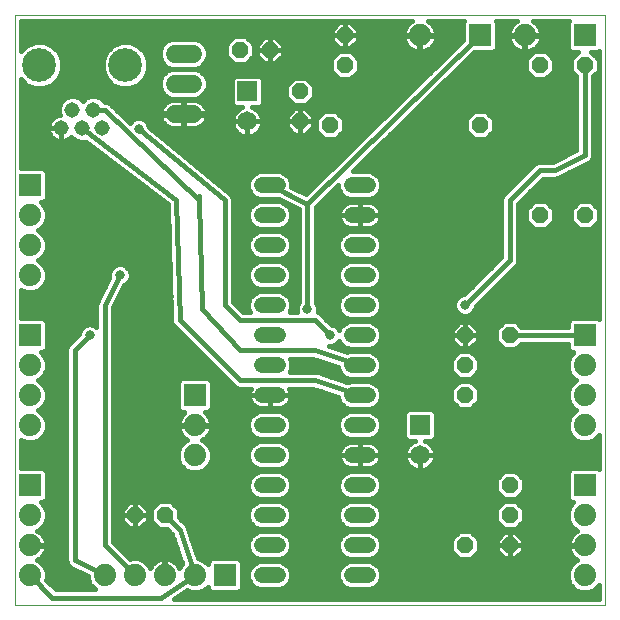
<source format=gbl>
G75*
G70*
%OFA0B0*%
%FSLAX24Y24*%
%IPPOS*%
%LPD*%
%AMOC8*
5,1,8,0,0,1.08239X$1,22.5*
%
%ADD10C,0.0000*%
%ADD11C,0.0520*%
%ADD12OC8,0.0520*%
%ADD13R,0.0740X0.0740*%
%ADD14C,0.0740*%
%ADD15R,0.0650X0.0650*%
%ADD16C,0.0650*%
%ADD17C,0.0600*%
%ADD18C,0.0515*%
%ADD19C,0.1122*%
%ADD20C,0.0160*%
%ADD21C,0.0317*%
D10*
X000181Y000181D02*
X000181Y019866D01*
X019866Y019866D01*
X019866Y000181D01*
X000181Y000181D01*
D11*
X008421Y001181D02*
X008941Y001181D01*
X008941Y002181D02*
X008421Y002181D01*
X008421Y003181D02*
X008941Y003181D01*
X008941Y004181D02*
X008421Y004181D01*
X008421Y005181D02*
X008941Y005181D01*
X008941Y006181D02*
X008421Y006181D01*
X008421Y007181D02*
X008941Y007181D01*
X008941Y008181D02*
X008421Y008181D01*
X008421Y009181D02*
X008941Y009181D01*
X008941Y010181D02*
X008421Y010181D01*
X008421Y011181D02*
X008941Y011181D01*
X008941Y012181D02*
X008421Y012181D01*
X008421Y013181D02*
X008941Y013181D01*
X008941Y014181D02*
X008421Y014181D01*
X011421Y014181D02*
X011941Y014181D01*
X011941Y013181D02*
X011421Y013181D01*
X011421Y012181D02*
X011941Y012181D01*
X011941Y011181D02*
X011421Y011181D01*
X011421Y010181D02*
X011941Y010181D01*
X011941Y009181D02*
X011421Y009181D01*
X011421Y008181D02*
X011941Y008181D01*
X011941Y007181D02*
X011421Y007181D01*
X011421Y006181D02*
X011941Y006181D01*
X011941Y005181D02*
X011421Y005181D01*
X011421Y004181D02*
X011941Y004181D01*
X011941Y003181D02*
X011421Y003181D01*
X011421Y002181D02*
X011941Y002181D01*
X011941Y001181D02*
X011421Y001181D01*
D12*
X015181Y002181D03*
X016681Y002181D03*
X016681Y003181D03*
X016681Y004181D03*
X015181Y007181D03*
X015181Y008181D03*
X015181Y009181D03*
X016681Y009181D03*
X017681Y013181D03*
X019181Y013181D03*
X015681Y016181D03*
X017681Y018181D03*
X019181Y018181D03*
X011181Y018181D03*
X011181Y019181D03*
X009681Y017306D03*
X009681Y016306D03*
X010681Y016181D03*
X008681Y018681D03*
X007681Y018681D03*
X005181Y003181D03*
X004181Y003181D03*
D13*
X007181Y001181D03*
X006181Y007181D03*
X000681Y009181D03*
X000681Y004181D03*
X000681Y014181D03*
X015681Y019181D03*
X019181Y019181D03*
X019181Y009181D03*
X019181Y004181D03*
D14*
X019181Y003181D03*
X019181Y002181D03*
X019181Y001181D03*
X019181Y006181D03*
X019181Y007181D03*
X019181Y008181D03*
X017181Y019181D03*
X013681Y019181D03*
X000681Y013181D03*
X000681Y012181D03*
X000681Y011181D03*
X000681Y008181D03*
X000681Y007181D03*
X000681Y006181D03*
X000681Y003181D03*
X000681Y002181D03*
X000681Y001181D03*
X003181Y001181D03*
X004181Y001181D03*
X005181Y001181D03*
X006181Y001181D03*
X006181Y005181D03*
X006181Y006181D03*
D15*
X013681Y006181D03*
X007931Y017306D03*
D16*
X007931Y016306D03*
X013681Y005181D03*
D17*
X006106Y016556D02*
X005506Y016556D01*
X005506Y017556D02*
X006106Y017556D01*
X006106Y018556D02*
X005506Y018556D01*
D18*
X003101Y016081D03*
X002431Y016081D03*
X002101Y016701D03*
X002791Y016701D03*
X001731Y016081D03*
D19*
X000994Y018181D03*
X003868Y018181D03*
D20*
X003352Y017621D02*
X001510Y017621D01*
X001425Y017536D02*
X001640Y017750D01*
X001755Y018030D01*
X001755Y018333D01*
X001640Y018612D01*
X001425Y018827D01*
X001146Y018942D01*
X000843Y018942D01*
X000563Y018827D01*
X000381Y018645D01*
X000381Y019666D01*
X013422Y019666D01*
X013393Y019652D01*
X013323Y019601D01*
X013262Y019540D01*
X013211Y019470D01*
X013172Y019393D01*
X013145Y019310D01*
X013131Y019225D01*
X013131Y019201D01*
X013661Y019201D01*
X013661Y019161D01*
X013701Y019161D01*
X013701Y018631D01*
X013725Y018631D01*
X013810Y018645D01*
X013893Y018672D01*
X013970Y018711D01*
X014040Y018762D01*
X014101Y018823D01*
X014152Y018893D01*
X014191Y018970D01*
X014218Y019053D01*
X014231Y019138D01*
X014231Y019161D01*
X013702Y019161D01*
X013702Y019201D01*
X014231Y019201D01*
X014231Y019225D01*
X014218Y019310D01*
X014191Y019393D01*
X014152Y019470D01*
X014101Y019540D01*
X014040Y019601D01*
X013970Y019652D01*
X013941Y019666D01*
X015144Y019666D01*
X015111Y019634D01*
X015111Y019015D01*
X009878Y013896D01*
X009401Y014134D01*
X009401Y014273D01*
X009331Y014442D01*
X009202Y014571D01*
X009033Y014641D01*
X008330Y014641D01*
X008161Y014571D01*
X008031Y014442D01*
X007961Y014273D01*
X007961Y014090D01*
X008031Y013921D01*
X008161Y013791D01*
X008330Y013721D01*
X008975Y013721D01*
X009651Y013383D01*
X009651Y010283D01*
X009628Y010259D01*
X009573Y010128D01*
X009573Y009985D01*
X009583Y009961D01*
X009348Y009961D01*
X009401Y010090D01*
X009401Y010273D01*
X009331Y010442D01*
X009202Y010571D01*
X009033Y010641D01*
X008330Y010641D01*
X008161Y010571D01*
X008031Y010442D01*
X007961Y010273D01*
X007961Y010090D01*
X008015Y009961D01*
X007797Y009961D01*
X007461Y010297D01*
X007461Y013639D01*
X007465Y013652D01*
X007461Y013695D01*
X007461Y013737D01*
X007456Y013750D01*
X007455Y013763D01*
X007435Y013801D01*
X007419Y013840D01*
X007409Y013850D01*
X007403Y013862D01*
X007370Y013889D01*
X007340Y013919D01*
X007327Y013924D01*
X004665Y016123D01*
X004665Y016128D01*
X004610Y016259D01*
X004509Y016360D01*
X004378Y016415D01*
X004235Y016415D01*
X004103Y016360D01*
X004015Y016271D01*
X003382Y016877D01*
X003352Y016910D01*
X003342Y016915D01*
X003335Y016922D01*
X003292Y016939D01*
X003251Y016958D01*
X003241Y016959D01*
X003231Y016963D01*
X003185Y016962D01*
X003178Y016962D01*
X003051Y017089D01*
X002882Y017159D01*
X002700Y017159D01*
X002532Y017089D01*
X002446Y017003D01*
X002361Y017089D01*
X002192Y017159D01*
X002010Y017159D01*
X001842Y017089D01*
X001714Y016961D01*
X001644Y016792D01*
X001644Y016610D01*
X001683Y016517D01*
X001629Y016508D01*
X001563Y016487D01*
X001502Y016456D01*
X001446Y016415D01*
X001398Y016366D01*
X001357Y016311D01*
X001326Y016249D01*
X001305Y016184D01*
X001294Y016116D01*
X001294Y016082D01*
X001731Y016082D01*
X001731Y016081D01*
X001732Y016081D01*
X001732Y015644D01*
X001766Y015644D01*
X001834Y015655D01*
X001899Y015676D01*
X001961Y015707D01*
X002016Y015748D01*
X002065Y015796D01*
X002067Y015799D01*
X002172Y015694D01*
X002340Y015624D01*
X002522Y015624D01*
X002552Y015636D01*
X005281Y013540D01*
X005401Y009677D01*
X005401Y009626D01*
X005403Y009621D01*
X005403Y009617D01*
X005425Y009570D01*
X005444Y009523D01*
X005447Y009520D01*
X005449Y009515D01*
X005487Y009480D01*
X007444Y007523D01*
X007523Y007444D01*
X007626Y007401D01*
X008040Y007401D01*
X008014Y007350D01*
X007992Y007284D01*
X007981Y007216D01*
X007981Y007182D01*
X008681Y007182D01*
X008681Y007181D01*
X008682Y007181D01*
X008682Y007182D01*
X009381Y007182D01*
X009381Y007216D01*
X009371Y007284D01*
X009349Y007350D01*
X009323Y007401D01*
X010136Y007401D01*
X010961Y007126D01*
X010961Y007090D01*
X011031Y006921D01*
X011161Y006791D01*
X011330Y006721D01*
X012033Y006721D01*
X012202Y006791D01*
X012331Y006921D01*
X012401Y007090D01*
X012401Y007273D01*
X012331Y007442D01*
X012202Y007571D01*
X012033Y007641D01*
X011330Y007641D01*
X011266Y007615D01*
X010279Y007944D01*
X010237Y007961D01*
X010227Y007961D01*
X010217Y007965D01*
X010172Y007961D01*
X009348Y007961D01*
X009401Y008090D01*
X009401Y008273D01*
X009348Y008401D01*
X010136Y008401D01*
X010961Y008126D01*
X010961Y008090D01*
X011031Y007921D01*
X011161Y007791D01*
X011330Y007721D01*
X012033Y007721D01*
X012202Y007791D01*
X012331Y007921D01*
X012401Y008090D01*
X012401Y008273D01*
X012331Y008442D01*
X012202Y008571D01*
X012033Y008641D01*
X011330Y008641D01*
X011266Y008615D01*
X010642Y008823D01*
X010753Y008823D01*
X010884Y008878D01*
X010985Y008978D01*
X010996Y009005D01*
X011031Y008921D01*
X011161Y008791D01*
X011330Y008721D01*
X012033Y008721D01*
X012202Y008791D01*
X012331Y008921D01*
X012401Y009090D01*
X012401Y009273D01*
X012331Y009442D01*
X012202Y009571D01*
X012033Y009641D01*
X011330Y009641D01*
X011161Y009571D01*
X011031Y009442D01*
X010996Y009357D01*
X010985Y009384D01*
X010884Y009485D01*
X010753Y009540D01*
X010719Y009540D01*
X010419Y009840D01*
X010340Y009919D01*
X010274Y009946D01*
X010290Y009985D01*
X010290Y010128D01*
X010235Y010259D01*
X010211Y010283D01*
X010211Y013439D01*
X010961Y014172D01*
X010961Y014090D01*
X011031Y013921D01*
X011161Y013791D01*
X011330Y013721D01*
X012033Y013721D01*
X012202Y013791D01*
X012331Y013921D01*
X012401Y014090D01*
X012401Y014273D01*
X012331Y014442D01*
X012202Y014571D01*
X012033Y014641D01*
X011441Y014641D01*
X015499Y018611D01*
X016134Y018611D01*
X016251Y018729D01*
X016251Y019634D01*
X016219Y019666D01*
X016922Y019666D01*
X016893Y019652D01*
X016823Y019601D01*
X016762Y019540D01*
X016711Y019470D01*
X016672Y019393D01*
X016645Y019310D01*
X016631Y019225D01*
X016631Y019201D01*
X017161Y019201D01*
X017161Y019161D01*
X017201Y019161D01*
X017201Y018631D01*
X017225Y018631D01*
X017310Y018645D01*
X017393Y018672D01*
X017470Y018711D01*
X017540Y018762D01*
X017601Y018823D01*
X017652Y018893D01*
X017691Y018970D01*
X017718Y019053D01*
X017731Y019138D01*
X017731Y019161D01*
X017202Y019161D01*
X017202Y019201D01*
X017731Y019201D01*
X017731Y019225D01*
X017718Y019310D01*
X017691Y019393D01*
X017652Y019470D01*
X017601Y019540D01*
X017540Y019601D01*
X017470Y019652D01*
X017441Y019666D01*
X018644Y019666D01*
X018611Y019634D01*
X018611Y018729D01*
X018729Y018611D01*
X018961Y018611D01*
X018721Y018372D01*
X018721Y017991D01*
X018901Y017811D01*
X018901Y015354D01*
X018115Y014961D01*
X017737Y014961D01*
X017626Y014961D01*
X017523Y014919D01*
X016523Y013919D01*
X016444Y013840D01*
X016401Y013737D01*
X016401Y011797D01*
X015144Y010540D01*
X015110Y010540D01*
X014978Y010485D01*
X014878Y010384D01*
X014823Y010253D01*
X014823Y010110D01*
X014878Y009978D01*
X014978Y009878D01*
X015110Y009823D01*
X015253Y009823D01*
X015384Y009878D01*
X015485Y009978D01*
X015540Y010110D01*
X015540Y010144D01*
X016919Y011523D01*
X016961Y011626D01*
X016961Y011737D01*
X016961Y013565D01*
X017797Y014401D01*
X018136Y014401D01*
X018146Y014398D01*
X018191Y014401D01*
X018237Y014401D01*
X018247Y014405D01*
X018257Y014406D01*
X018298Y014427D01*
X018340Y014444D01*
X018347Y014451D01*
X019298Y014927D01*
X019340Y014944D01*
X019347Y014951D01*
X019356Y014956D01*
X019387Y014991D01*
X019419Y015023D01*
X019423Y015032D01*
X019429Y015040D01*
X019444Y015084D01*
X019461Y015126D01*
X019461Y015136D01*
X019465Y015146D01*
X019461Y015191D01*
X019461Y017811D01*
X019641Y017991D01*
X019641Y018372D01*
X019402Y018611D01*
X019634Y018611D01*
X019666Y018644D01*
X019666Y009719D01*
X019634Y009751D01*
X018729Y009751D01*
X018611Y009634D01*
X018611Y009461D01*
X017052Y009461D01*
X016872Y009641D01*
X016491Y009641D01*
X016221Y009372D01*
X016221Y008991D01*
X016491Y008721D01*
X016872Y008721D01*
X017052Y008901D01*
X018611Y008901D01*
X018611Y008729D01*
X018729Y008611D01*
X018805Y008611D01*
X018698Y008504D01*
X018611Y008295D01*
X018611Y008068D01*
X018698Y007859D01*
X018859Y007698D01*
X018899Y007681D01*
X018859Y007665D01*
X018698Y007504D01*
X018611Y007295D01*
X018611Y007068D01*
X018698Y006859D01*
X018859Y006698D01*
X018899Y006681D01*
X018859Y006665D01*
X018698Y006504D01*
X018611Y006295D01*
X018611Y006068D01*
X018698Y005859D01*
X018859Y005698D01*
X019068Y005611D01*
X019295Y005611D01*
X019504Y005698D01*
X019665Y005859D01*
X019666Y005863D01*
X019666Y004719D01*
X019634Y004751D01*
X018729Y004751D01*
X018611Y004634D01*
X018611Y003729D01*
X018729Y003611D01*
X018805Y003611D01*
X018698Y003504D01*
X018611Y003295D01*
X018611Y003068D01*
X018698Y002859D01*
X018859Y002698D01*
X018928Y002669D01*
X018893Y002652D01*
X018823Y002601D01*
X018762Y002540D01*
X018711Y002470D01*
X018672Y002393D01*
X018645Y002310D01*
X018631Y002225D01*
X018631Y002201D01*
X019161Y002201D01*
X019161Y002161D01*
X018631Y002161D01*
X018631Y002138D01*
X018645Y002053D01*
X018672Y001970D01*
X018711Y001893D01*
X018762Y001823D01*
X018823Y001762D01*
X018893Y001711D01*
X018928Y001693D01*
X018859Y001665D01*
X018698Y001504D01*
X018611Y001295D01*
X018611Y001068D01*
X018698Y000859D01*
X018859Y000698D01*
X019068Y000611D01*
X019295Y000611D01*
X019504Y000698D01*
X019665Y000859D01*
X019666Y000863D01*
X019666Y000381D01*
X005486Y000381D01*
X005922Y000672D01*
X006068Y000611D01*
X006295Y000611D01*
X006504Y000698D01*
X006611Y000805D01*
X006611Y000729D01*
X006729Y000611D01*
X007634Y000611D01*
X007751Y000729D01*
X007751Y001634D01*
X007634Y001751D01*
X006729Y001751D01*
X006611Y001634D01*
X006611Y001557D01*
X006504Y001665D01*
X006295Y001751D01*
X006287Y001751D01*
X005961Y002727D01*
X005961Y002737D01*
X005944Y002779D01*
X005929Y002823D01*
X005923Y002831D01*
X005919Y002840D01*
X005887Y002872D01*
X005856Y002907D01*
X005847Y002912D01*
X005641Y003117D01*
X005641Y003372D01*
X005372Y003641D01*
X004991Y003641D01*
X004721Y003372D01*
X004721Y002991D01*
X004991Y002721D01*
X005245Y002721D01*
X005437Y002530D01*
X005759Y001565D01*
X005698Y001504D01*
X005669Y001435D01*
X005652Y001470D01*
X005601Y001540D01*
X005540Y001601D01*
X005470Y001652D01*
X005393Y001691D01*
X005310Y001718D01*
X005225Y001731D01*
X005201Y001731D01*
X005201Y001202D01*
X005161Y001202D01*
X005161Y001731D01*
X005138Y001731D01*
X005053Y001718D01*
X004970Y001691D01*
X004893Y001652D01*
X004823Y001601D01*
X004762Y001540D01*
X004711Y001470D01*
X004693Y001435D01*
X004665Y001504D01*
X004504Y001665D01*
X004295Y001751D01*
X004068Y001751D01*
X004025Y001734D01*
X003461Y002297D01*
X003461Y010115D01*
X003832Y010856D01*
X003884Y010878D01*
X003985Y010978D01*
X004040Y011110D01*
X004040Y011253D01*
X003985Y011384D01*
X003884Y011485D01*
X003753Y011540D01*
X003610Y011540D01*
X003478Y011485D01*
X003378Y011384D01*
X003323Y011253D01*
X003323Y011110D01*
X003327Y011099D01*
X002951Y010347D01*
X002944Y010340D01*
X002927Y010298D01*
X002906Y010257D01*
X002905Y010247D01*
X002901Y010237D01*
X002901Y010191D01*
X002898Y010146D01*
X002901Y010136D01*
X002901Y009468D01*
X002884Y009485D01*
X002753Y009540D01*
X002610Y009540D01*
X002478Y009485D01*
X002378Y009384D01*
X002323Y009253D01*
X002323Y009219D01*
X001944Y008840D01*
X001901Y008737D01*
X001901Y008626D01*
X001901Y001691D01*
X001898Y001646D01*
X001901Y001636D01*
X001901Y001626D01*
X001919Y001584D01*
X001933Y001540D01*
X001940Y001532D01*
X001944Y001523D01*
X001976Y001491D01*
X002006Y001456D01*
X002016Y001451D01*
X002023Y001444D01*
X002065Y001427D01*
X002611Y001153D01*
X002611Y001068D01*
X002698Y000859D01*
X002845Y000711D01*
X001547Y000711D01*
X001234Y001025D01*
X001251Y001068D01*
X001251Y001295D01*
X001165Y001504D01*
X001004Y001665D01*
X000935Y001693D01*
X000970Y001711D01*
X001040Y001762D01*
X001101Y001823D01*
X001152Y001893D01*
X001191Y001970D01*
X001218Y002053D01*
X001231Y002138D01*
X001231Y002161D01*
X000702Y002161D01*
X000702Y002201D01*
X001231Y002201D01*
X001231Y002225D01*
X001218Y002310D01*
X001191Y002393D01*
X001152Y002470D01*
X001101Y002540D01*
X001040Y002601D01*
X000970Y002652D01*
X000935Y002669D01*
X001004Y002698D01*
X001165Y002859D01*
X001251Y003068D01*
X001251Y003295D01*
X001165Y003504D01*
X001057Y003611D01*
X001134Y003611D01*
X001251Y003729D01*
X001251Y004634D01*
X001134Y004751D01*
X000381Y004751D01*
X000381Y005689D01*
X000568Y005611D01*
X000795Y005611D01*
X001004Y005698D01*
X001165Y005859D01*
X001251Y006068D01*
X001251Y006295D01*
X001165Y006504D01*
X001004Y006665D01*
X000964Y006681D01*
X001004Y006698D01*
X001165Y006859D01*
X001251Y007068D01*
X001251Y007295D01*
X001165Y007504D01*
X001004Y007665D01*
X000964Y007681D01*
X001004Y007698D01*
X001165Y007859D01*
X001251Y008068D01*
X001251Y008295D01*
X001165Y008504D01*
X001057Y008611D01*
X001134Y008611D01*
X001251Y008729D01*
X001251Y009634D01*
X001134Y009751D01*
X000381Y009751D01*
X000381Y010689D01*
X000568Y010611D01*
X000795Y010611D01*
X001004Y010698D01*
X001165Y010859D01*
X001251Y011068D01*
X001251Y011295D01*
X001165Y011504D01*
X001004Y011665D01*
X000964Y011681D01*
X001004Y011698D01*
X001165Y011859D01*
X001251Y012068D01*
X001251Y012295D01*
X001165Y012504D01*
X001004Y012665D01*
X000964Y012681D01*
X001004Y012698D01*
X001165Y012859D01*
X001251Y013068D01*
X001251Y013295D01*
X001165Y013504D01*
X001057Y013611D01*
X001134Y013611D01*
X001251Y013729D01*
X001251Y014634D01*
X001134Y014751D01*
X000381Y014751D01*
X000381Y017718D01*
X000563Y017536D01*
X000843Y017420D01*
X001146Y017420D01*
X001425Y017536D01*
X001248Y017463D02*
X003615Y017463D01*
X003717Y017420D02*
X004020Y017420D01*
X004299Y017536D01*
X004514Y017750D01*
X004629Y018030D01*
X004629Y018333D01*
X004514Y018612D01*
X004299Y018827D01*
X004020Y018942D01*
X003717Y018942D01*
X003437Y018827D01*
X003223Y018612D01*
X003107Y018333D01*
X003107Y018030D01*
X003223Y017750D01*
X003437Y017536D01*
X003717Y017420D01*
X004122Y017463D02*
X005006Y017463D01*
X005006Y017457D02*
X005083Y017273D01*
X005223Y017133D01*
X005407Y017056D01*
X006206Y017056D01*
X006390Y017133D01*
X006530Y017273D01*
X006606Y017457D01*
X006606Y017656D01*
X006530Y017840D01*
X006390Y017980D01*
X006206Y018056D01*
X005407Y018056D01*
X005223Y017980D01*
X005083Y017840D01*
X005006Y017656D01*
X005006Y017457D01*
X005006Y017621D02*
X004384Y017621D01*
X004526Y017780D02*
X005058Y017780D01*
X005181Y017938D02*
X004591Y017938D01*
X004629Y018097D02*
X005309Y018097D01*
X005223Y018133D02*
X005407Y018056D01*
X006206Y018056D01*
X006390Y018133D01*
X006530Y018273D01*
X006606Y018457D01*
X006606Y018656D01*
X006530Y018840D01*
X006390Y018980D01*
X006206Y019056D01*
X005407Y019056D01*
X005223Y018980D01*
X005083Y018840D01*
X005006Y018656D01*
X005006Y018457D01*
X005083Y018273D01*
X005223Y018133D01*
X005100Y018255D02*
X004629Y018255D01*
X004596Y018414D02*
X005024Y018414D01*
X005006Y018572D02*
X004530Y018572D01*
X004395Y018731D02*
X005038Y018731D01*
X005132Y018890D02*
X004147Y018890D01*
X003589Y018890D02*
X001273Y018890D01*
X001521Y018731D02*
X003342Y018731D01*
X003207Y018572D02*
X001656Y018572D01*
X001722Y018414D02*
X003141Y018414D01*
X003107Y018255D02*
X001755Y018255D01*
X001755Y018097D02*
X003107Y018097D01*
X003145Y017938D02*
X001717Y017938D01*
X001652Y017780D02*
X003211Y017780D01*
X002915Y017146D02*
X005210Y017146D01*
X005294Y016987D02*
X003153Y016987D01*
X003181Y016681D02*
X002791Y016701D01*
X003181Y016681D02*
X006310Y013686D01*
X006306Y013806D01*
X006310Y013686D02*
X006431Y010056D01*
X007681Y008681D01*
X010181Y008681D01*
X011681Y008181D01*
X012171Y008584D02*
X014934Y008584D01*
X014991Y008641D02*
X014721Y008372D01*
X014721Y007991D01*
X014991Y007721D01*
X015372Y007721D01*
X015641Y007991D01*
X015641Y008372D01*
X015372Y008641D01*
X014991Y008641D01*
X014999Y008741D02*
X014741Y008999D01*
X014741Y009181D01*
X015181Y009181D01*
X015181Y009182D01*
X015181Y009621D01*
X014999Y009621D01*
X014741Y009364D01*
X014741Y009182D01*
X015181Y009182D01*
X015182Y009182D01*
X015182Y009621D01*
X015364Y009621D01*
X015621Y009364D01*
X015621Y009182D01*
X015182Y009182D01*
X015182Y009181D01*
X015621Y009181D01*
X015621Y008999D01*
X015364Y008741D01*
X015182Y008741D01*
X015182Y009181D01*
X015181Y009181D01*
X015181Y008741D01*
X014999Y008741D01*
X014998Y008743D02*
X012084Y008743D01*
X012312Y008901D02*
X014839Y008901D01*
X014741Y009060D02*
X012389Y009060D01*
X012401Y009218D02*
X014741Y009218D01*
X014755Y009377D02*
X012358Y009377D01*
X012238Y009535D02*
X014913Y009535D01*
X015181Y009535D02*
X015182Y009535D01*
X015181Y009377D02*
X015182Y009377D01*
X015181Y009218D02*
X015182Y009218D01*
X015181Y009060D02*
X015182Y009060D01*
X015181Y008901D02*
X015182Y008901D01*
X015181Y008743D02*
X015182Y008743D01*
X015365Y008743D02*
X016470Y008743D01*
X016311Y008901D02*
X015524Y008901D01*
X015621Y009060D02*
X016221Y009060D01*
X016221Y009218D02*
X015621Y009218D01*
X015608Y009377D02*
X016226Y009377D01*
X016385Y009535D02*
X015450Y009535D01*
X015324Y009853D02*
X019666Y009853D01*
X019666Y010011D02*
X015499Y010011D01*
X015566Y010170D02*
X019666Y010170D01*
X019666Y010328D02*
X015724Y010328D01*
X015883Y010487D02*
X019666Y010487D01*
X019666Y010645D02*
X016041Y010645D01*
X016200Y010804D02*
X019666Y010804D01*
X019666Y010962D02*
X016358Y010962D01*
X016517Y011121D02*
X019666Y011121D01*
X019666Y011279D02*
X016675Y011279D01*
X016834Y011438D02*
X019666Y011438D01*
X019666Y011597D02*
X016949Y011597D01*
X016961Y011755D02*
X019666Y011755D01*
X019666Y011914D02*
X016961Y011914D01*
X016961Y012072D02*
X019666Y012072D01*
X019666Y012231D02*
X016961Y012231D01*
X016961Y012389D02*
X019666Y012389D01*
X019666Y012548D02*
X016961Y012548D01*
X016961Y012706D02*
X019666Y012706D01*
X019666Y012865D02*
X019515Y012865D01*
X019641Y012991D02*
X019372Y012721D01*
X018991Y012721D01*
X018721Y012991D01*
X018721Y013372D01*
X018991Y013641D01*
X019372Y013641D01*
X019641Y013372D01*
X019641Y012991D01*
X019641Y013023D02*
X019666Y013023D01*
X019666Y013182D02*
X019641Y013182D01*
X019641Y013341D02*
X019666Y013341D01*
X019666Y013499D02*
X019514Y013499D01*
X019666Y013658D02*
X017054Y013658D01*
X016961Y013499D02*
X017349Y013499D01*
X017221Y013372D02*
X017221Y012991D01*
X017491Y012721D01*
X017872Y012721D01*
X018141Y012991D01*
X018141Y013372D01*
X017872Y013641D01*
X017491Y013641D01*
X017221Y013372D01*
X017221Y013341D02*
X016961Y013341D01*
X016961Y013182D02*
X017221Y013182D01*
X017221Y013023D02*
X016961Y013023D01*
X016961Y012865D02*
X017347Y012865D01*
X018015Y012865D02*
X018847Y012865D01*
X018721Y013023D02*
X018141Y013023D01*
X018141Y013182D02*
X018721Y013182D01*
X018721Y013341D02*
X018141Y013341D01*
X018014Y013499D02*
X018849Y013499D01*
X019666Y013816D02*
X017212Y013816D01*
X017371Y013975D02*
X019666Y013975D01*
X019666Y014133D02*
X017529Y014133D01*
X017688Y014292D02*
X019666Y014292D01*
X019666Y014450D02*
X018346Y014450D01*
X018181Y014681D02*
X017681Y014681D01*
X016681Y013681D01*
X016681Y011681D01*
X015181Y010181D01*
X015039Y009853D02*
X012263Y009853D01*
X012202Y009791D02*
X012331Y009921D01*
X012401Y010090D01*
X012401Y010273D01*
X012331Y010442D01*
X012202Y010571D01*
X012033Y010641D01*
X011330Y010641D01*
X011161Y010571D01*
X011031Y010442D01*
X010961Y010273D01*
X010961Y010090D01*
X011031Y009921D01*
X011161Y009791D01*
X011330Y009721D01*
X012033Y009721D01*
X012202Y009791D01*
X012369Y010011D02*
X014864Y010011D01*
X014823Y010170D02*
X012401Y010170D01*
X012379Y010328D02*
X014854Y010328D01*
X014982Y010487D02*
X012287Y010487D01*
X012202Y010791D02*
X012033Y010721D01*
X011330Y010721D01*
X011161Y010791D01*
X011031Y010921D01*
X010961Y011090D01*
X010961Y011273D01*
X011031Y011442D01*
X011161Y011571D01*
X011330Y011641D01*
X012033Y011641D01*
X012202Y011571D01*
X012331Y011442D01*
X012401Y011273D01*
X012401Y011090D01*
X012331Y010921D01*
X012202Y010791D01*
X012214Y010804D02*
X015408Y010804D01*
X015566Y010962D02*
X012349Y010962D01*
X012401Y011121D02*
X015725Y011121D01*
X015884Y011279D02*
X012399Y011279D01*
X012333Y011438D02*
X016042Y011438D01*
X016201Y011597D02*
X012141Y011597D01*
X012114Y011755D02*
X016359Y011755D01*
X016401Y011914D02*
X012324Y011914D01*
X012331Y011921D02*
X012401Y012090D01*
X012401Y012273D01*
X012331Y012442D01*
X012202Y012571D01*
X012033Y012641D01*
X011330Y012641D01*
X011161Y012571D01*
X011031Y012442D01*
X010961Y012273D01*
X010961Y012090D01*
X011031Y011921D01*
X011161Y011791D01*
X011330Y011721D01*
X012033Y011721D01*
X012202Y011791D01*
X012331Y011921D01*
X012394Y012072D02*
X016401Y012072D01*
X016401Y012231D02*
X012401Y012231D01*
X012353Y012389D02*
X016401Y012389D01*
X016401Y012548D02*
X012226Y012548D01*
X012110Y012774D02*
X012172Y012805D01*
X012228Y012846D01*
X012277Y012895D01*
X012318Y012951D01*
X012349Y013012D01*
X012371Y013078D01*
X012381Y013147D01*
X012381Y013181D01*
X011682Y013181D01*
X011682Y013182D01*
X011681Y013182D01*
X011681Y013621D01*
X011387Y013621D01*
X011318Y013611D01*
X011252Y013589D01*
X011191Y013558D01*
X011135Y013517D01*
X011086Y013468D01*
X011045Y013412D01*
X011014Y013350D01*
X010992Y013284D01*
X010981Y013216D01*
X010981Y013182D01*
X010211Y013182D01*
X010211Y013341D02*
X011011Y013341D01*
X010981Y013182D02*
X011681Y013182D01*
X011682Y013182D01*
X011682Y013621D01*
X011976Y013621D01*
X012044Y013611D01*
X012110Y013589D01*
X012172Y013558D01*
X012228Y013517D01*
X012277Y013468D01*
X012318Y013412D01*
X012349Y013350D01*
X012371Y013284D01*
X012381Y013216D01*
X012381Y013182D01*
X016401Y013182D01*
X016401Y013341D02*
X012352Y013341D01*
X012381Y013182D02*
X011682Y013182D01*
X011682Y013181D02*
X011682Y012741D01*
X011976Y012741D01*
X012044Y012752D01*
X012110Y012774D01*
X012247Y012865D02*
X016401Y012865D01*
X016401Y013023D02*
X012353Y013023D01*
X012246Y013499D02*
X016401Y013499D01*
X016401Y013658D02*
X010435Y013658D01*
X010597Y013816D02*
X011136Y013816D01*
X011009Y013975D02*
X010759Y013975D01*
X010921Y014133D02*
X010961Y014133D01*
X010445Y014450D02*
X009323Y014450D01*
X009394Y014292D02*
X010283Y014292D01*
X010121Y014133D02*
X009404Y014133D01*
X009721Y013975D02*
X009959Y013975D01*
X009931Y013556D02*
X008681Y014181D01*
X008251Y014609D02*
X006498Y014609D01*
X006306Y014767D02*
X010769Y014767D01*
X010607Y014609D02*
X009111Y014609D01*
X009103Y013658D02*
X007465Y013658D01*
X007461Y013499D02*
X008089Y013499D01*
X008031Y013442D02*
X007961Y013273D01*
X007961Y013090D01*
X008031Y012921D01*
X008161Y012791D01*
X008330Y012721D01*
X009033Y012721D01*
X009202Y012791D01*
X009331Y012921D01*
X009401Y013090D01*
X009401Y013273D01*
X009331Y013442D01*
X009202Y013571D01*
X009033Y013641D01*
X008330Y013641D01*
X008161Y013571D01*
X008031Y013442D01*
X007989Y013341D02*
X007461Y013341D01*
X007461Y013182D02*
X007961Y013182D01*
X007989Y013023D02*
X007461Y013023D01*
X007461Y012865D02*
X008087Y012865D01*
X008161Y012571D02*
X008330Y012641D01*
X009033Y012641D01*
X009202Y012571D01*
X009331Y012442D01*
X009401Y012273D01*
X009401Y012090D01*
X009331Y011921D01*
X009202Y011791D01*
X009033Y011721D01*
X008330Y011721D01*
X008161Y011791D01*
X008031Y011921D01*
X007961Y012090D01*
X007961Y012273D01*
X008031Y012442D01*
X008161Y012571D01*
X008137Y012548D02*
X007461Y012548D01*
X007461Y012706D02*
X009651Y012706D01*
X009651Y012548D02*
X009226Y012548D01*
X009353Y012389D02*
X009651Y012389D01*
X009651Y012231D02*
X009401Y012231D01*
X009394Y012072D02*
X009651Y012072D01*
X009651Y011914D02*
X009324Y011914D01*
X009114Y011755D02*
X009651Y011755D01*
X009651Y011597D02*
X009141Y011597D01*
X009202Y011571D02*
X009033Y011641D01*
X008330Y011641D01*
X008161Y011571D01*
X008031Y011442D01*
X007961Y011273D01*
X007961Y011090D01*
X008031Y010921D01*
X008161Y010791D01*
X008330Y010721D01*
X009033Y010721D01*
X009202Y010791D01*
X009331Y010921D01*
X009401Y011090D01*
X009401Y011273D01*
X009331Y011442D01*
X009202Y011571D01*
X009333Y011438D02*
X009651Y011438D01*
X009651Y011279D02*
X009399Y011279D01*
X009401Y011121D02*
X009651Y011121D01*
X009651Y010962D02*
X009349Y010962D01*
X009214Y010804D02*
X009651Y010804D01*
X009651Y010645D02*
X007461Y010645D01*
X007461Y010487D02*
X008076Y010487D01*
X007984Y010328D02*
X007461Y010328D01*
X007589Y010170D02*
X007961Y010170D01*
X007994Y010011D02*
X007748Y010011D01*
X007681Y009681D02*
X007181Y010181D01*
X007181Y013681D01*
X004306Y016056D01*
X004096Y016353D02*
X003929Y016353D01*
X003764Y016511D02*
X005028Y016511D01*
X005026Y016519D02*
X005038Y016444D01*
X005062Y016372D01*
X005096Y016305D01*
X005140Y016244D01*
X005194Y016190D01*
X005255Y016146D01*
X005322Y016112D01*
X005394Y016088D01*
X005469Y016076D01*
X005786Y016076D01*
X005786Y016536D01*
X005826Y016536D01*
X005826Y016076D01*
X006144Y016076D01*
X006219Y016088D01*
X006291Y016112D01*
X006358Y016146D01*
X006419Y016190D01*
X006473Y016244D01*
X006517Y016305D01*
X006551Y016372D01*
X006575Y016444D01*
X006586Y016519D01*
X006586Y016536D01*
X005827Y016536D01*
X005827Y016576D01*
X006586Y016576D01*
X006586Y016594D01*
X006575Y016669D01*
X006551Y016741D01*
X006517Y016808D01*
X006473Y016869D01*
X006419Y016923D01*
X006358Y016967D01*
X006291Y017001D01*
X006219Y017025D01*
X006144Y017036D01*
X005826Y017036D01*
X005826Y016577D01*
X005786Y016577D01*
X005786Y017036D01*
X005469Y017036D01*
X005394Y017025D01*
X005322Y017001D01*
X005255Y016967D01*
X005194Y016923D01*
X005140Y016869D01*
X005096Y016808D01*
X005062Y016741D01*
X005038Y016669D01*
X005026Y016594D01*
X005026Y016576D01*
X005786Y016576D01*
X005786Y016536D01*
X005026Y016536D01*
X005026Y016519D01*
X005039Y016670D02*
X003598Y016670D01*
X003433Y016828D02*
X005111Y016828D01*
X005070Y017304D02*
X000381Y017304D01*
X000381Y017146D02*
X001978Y017146D01*
X001740Y016987D02*
X000381Y016987D01*
X000381Y016828D02*
X001659Y016828D01*
X001644Y016670D02*
X000381Y016670D01*
X000381Y016511D02*
X001650Y016511D01*
X001388Y016353D02*
X000381Y016353D01*
X000381Y016194D02*
X001308Y016194D01*
X001294Y016081D02*
X001294Y016047D01*
X001305Y015979D01*
X001326Y015913D01*
X001357Y015852D01*
X001398Y015796D01*
X001446Y015748D01*
X001502Y015707D01*
X001563Y015676D01*
X001629Y015655D01*
X001697Y015644D01*
X001731Y015644D01*
X001731Y016081D01*
X001294Y016081D01*
X001296Y016036D02*
X000381Y016036D01*
X000381Y015877D02*
X001344Y015877D01*
X001486Y015719D02*
X000381Y015719D01*
X000381Y015560D02*
X002650Y015560D01*
X002857Y015402D02*
X000381Y015402D01*
X000381Y015243D02*
X003063Y015243D01*
X003270Y015084D02*
X000381Y015084D01*
X000381Y014926D02*
X003476Y014926D01*
X003683Y014767D02*
X000381Y014767D01*
X001251Y014609D02*
X003889Y014609D01*
X004096Y014450D02*
X001251Y014450D01*
X001251Y014292D02*
X004302Y014292D01*
X004508Y014133D02*
X001251Y014133D01*
X001251Y013975D02*
X004715Y013975D01*
X004921Y013816D02*
X001251Y013816D01*
X001180Y013658D02*
X005128Y013658D01*
X005282Y013499D02*
X001167Y013499D01*
X001232Y013341D02*
X005287Y013341D01*
X005292Y013182D02*
X001251Y013182D01*
X001233Y013023D02*
X005297Y013023D01*
X005302Y012865D02*
X001167Y012865D01*
X001012Y012706D02*
X005307Y012706D01*
X005312Y012548D02*
X001121Y012548D01*
X001212Y012389D02*
X005317Y012389D01*
X005322Y012231D02*
X001251Y012231D01*
X001251Y012072D02*
X005327Y012072D01*
X005332Y011914D02*
X001187Y011914D01*
X001061Y011755D02*
X005336Y011755D01*
X005341Y011597D02*
X001072Y011597D01*
X001192Y011438D02*
X003431Y011438D01*
X003334Y011279D02*
X001251Y011279D01*
X001251Y011121D02*
X003323Y011121D01*
X003259Y010962D02*
X001208Y010962D01*
X001110Y010804D02*
X003180Y010804D01*
X003100Y010645D02*
X000877Y010645D01*
X000486Y010645D02*
X000381Y010645D01*
X000381Y010487D02*
X003021Y010487D01*
X002939Y010328D02*
X000381Y010328D01*
X000381Y010170D02*
X002900Y010170D01*
X002901Y010011D02*
X000381Y010011D01*
X000381Y009853D02*
X002901Y009853D01*
X002901Y009694D02*
X001192Y009694D01*
X001251Y009535D02*
X002600Y009535D01*
X002763Y009535D02*
X002901Y009535D01*
X002681Y009181D02*
X002181Y008681D01*
X002181Y001681D01*
X003181Y001181D01*
X002650Y000974D02*
X001285Y000974D01*
X001251Y001133D02*
X002611Y001133D01*
X002741Y000816D02*
X001443Y000816D01*
X001431Y000431D02*
X005056Y000431D01*
X006181Y001181D01*
X005681Y002681D01*
X005181Y003181D01*
X004836Y002877D02*
X004499Y002877D01*
X004621Y002999D02*
X004364Y002741D01*
X004182Y002741D01*
X004182Y003181D01*
X004182Y003182D01*
X004621Y003182D01*
X004621Y003364D01*
X004364Y003621D01*
X004182Y003621D01*
X004182Y003182D01*
X004181Y003182D01*
X004181Y003621D01*
X003999Y003621D01*
X003741Y003364D01*
X003741Y003182D01*
X004181Y003182D01*
X004181Y003181D01*
X004182Y003181D01*
X004621Y003181D01*
X004621Y002999D01*
X004621Y003035D02*
X004721Y003035D01*
X004721Y003194D02*
X004621Y003194D01*
X004621Y003352D02*
X004721Y003352D01*
X004860Y003511D02*
X004474Y003511D01*
X004182Y003511D02*
X004181Y003511D01*
X004181Y003352D02*
X004182Y003352D01*
X004181Y003194D02*
X004182Y003194D01*
X004181Y003181D02*
X003741Y003181D01*
X003741Y002999D01*
X003999Y002741D01*
X004181Y002741D01*
X004181Y003181D01*
X004181Y003035D02*
X004182Y003035D01*
X004181Y002877D02*
X004182Y002877D01*
X003864Y002877D02*
X003461Y002877D01*
X003461Y003035D02*
X003741Y003035D01*
X003741Y003194D02*
X003461Y003194D01*
X003461Y003352D02*
X003741Y003352D01*
X003889Y003511D02*
X003461Y003511D01*
X003461Y003669D02*
X018671Y003669D01*
X018705Y003511D02*
X017002Y003511D01*
X016872Y003641D02*
X016491Y003641D01*
X016221Y003372D01*
X016221Y002991D01*
X016491Y002721D01*
X016872Y002721D01*
X017141Y002991D01*
X017141Y003372D01*
X016872Y003641D01*
X016872Y003721D02*
X017141Y003991D01*
X017141Y004372D01*
X016872Y004641D01*
X016491Y004641D01*
X016221Y004372D01*
X016221Y003991D01*
X016491Y003721D01*
X016872Y003721D01*
X016978Y003828D02*
X018611Y003828D01*
X018611Y003986D02*
X017137Y003986D01*
X017141Y004145D02*
X018611Y004145D01*
X018611Y004304D02*
X017141Y004304D01*
X017051Y004462D02*
X018611Y004462D01*
X018611Y004621D02*
X016893Y004621D01*
X016470Y004621D02*
X012083Y004621D01*
X012033Y004641D02*
X012202Y004571D01*
X012331Y004442D01*
X012401Y004273D01*
X012401Y004090D01*
X012331Y003921D01*
X012202Y003791D01*
X012033Y003721D01*
X011330Y003721D01*
X011161Y003791D01*
X011031Y003921D01*
X010961Y004090D01*
X010961Y004273D01*
X011031Y004442D01*
X011161Y004571D01*
X011330Y004641D01*
X012033Y004641D01*
X012044Y004752D02*
X012110Y004774D01*
X012172Y004805D01*
X012228Y004846D01*
X012277Y004895D01*
X012318Y004951D01*
X012349Y005012D01*
X012371Y005078D01*
X012381Y005147D01*
X012381Y005181D01*
X011682Y005181D01*
X011682Y005182D01*
X011681Y005182D01*
X011681Y005621D01*
X011387Y005621D01*
X011318Y005611D01*
X011252Y005589D01*
X011191Y005558D01*
X011135Y005517D01*
X011086Y005468D01*
X011045Y005412D01*
X011014Y005350D01*
X010992Y005284D01*
X010981Y005216D01*
X010981Y005182D01*
X011681Y005182D01*
X011681Y005181D01*
X011682Y005181D01*
X011682Y004741D01*
X011976Y004741D01*
X012044Y004752D01*
X012121Y004779D02*
X013376Y004779D01*
X013352Y004796D02*
X013417Y004749D01*
X013488Y004713D01*
X013563Y004689D01*
X013642Y004676D01*
X013681Y004676D01*
X013681Y005181D01*
X013176Y005181D01*
X013176Y005142D01*
X013189Y005063D01*
X013213Y004988D01*
X013249Y004917D01*
X013296Y004852D01*
X013352Y004796D01*
X013239Y004938D02*
X012308Y004938D01*
X012373Y005096D02*
X013184Y005096D01*
X013176Y005182D02*
X013176Y005221D01*
X013189Y005300D01*
X013213Y005375D01*
X013249Y005446D01*
X013296Y005510D01*
X013352Y005567D01*
X013417Y005613D01*
X013488Y005649D01*
X013509Y005656D01*
X013274Y005656D01*
X013156Y005774D01*
X013156Y006589D01*
X013274Y006706D01*
X014089Y006706D01*
X014206Y006589D01*
X014206Y005774D01*
X014089Y005656D01*
X013853Y005656D01*
X013875Y005649D01*
X013946Y005613D01*
X014010Y005567D01*
X014067Y005510D01*
X014113Y005446D01*
X014149Y005375D01*
X014174Y005300D01*
X014186Y005221D01*
X014186Y005182D01*
X013682Y005182D01*
X013682Y005181D01*
X014186Y005181D01*
X014186Y005142D01*
X014174Y005063D01*
X014149Y004988D01*
X014113Y004917D01*
X014067Y004852D01*
X014010Y004796D01*
X013946Y004749D01*
X013875Y004713D01*
X013800Y004689D01*
X013721Y004676D01*
X013682Y004676D01*
X013682Y005181D01*
X013681Y005181D01*
X013681Y005182D01*
X013176Y005182D01*
X013182Y005255D02*
X012375Y005255D01*
X012371Y005284D02*
X012349Y005350D01*
X012318Y005412D01*
X012277Y005468D01*
X012228Y005517D01*
X012172Y005558D01*
X012110Y005589D01*
X012044Y005611D01*
X011976Y005621D01*
X011682Y005621D01*
X011682Y005182D01*
X012381Y005182D01*
X012381Y005216D01*
X012371Y005284D01*
X012317Y005413D02*
X013233Y005413D01*
X013360Y005572D02*
X012144Y005572D01*
X012055Y005730D02*
X013200Y005730D01*
X013156Y005889D02*
X012299Y005889D01*
X012331Y005921D02*
X012401Y006090D01*
X012401Y006273D01*
X012331Y006442D01*
X012202Y006571D01*
X012033Y006641D01*
X011330Y006641D01*
X011161Y006571D01*
X011031Y006442D01*
X010961Y006273D01*
X010961Y006090D01*
X011031Y005921D01*
X011161Y005791D01*
X011330Y005721D01*
X012033Y005721D01*
X012202Y005791D01*
X012331Y005921D01*
X012384Y006048D02*
X013156Y006048D01*
X013156Y006206D02*
X012401Y006206D01*
X012363Y006365D02*
X013156Y006365D01*
X013156Y006523D02*
X012250Y006523D01*
X012251Y006840D02*
X014872Y006840D01*
X014991Y006721D02*
X014721Y006991D01*
X014721Y007372D01*
X014991Y007641D01*
X015372Y007641D01*
X015641Y007372D01*
X015641Y006991D01*
X015372Y006721D01*
X014991Y006721D01*
X014721Y006999D02*
X012364Y006999D01*
X012401Y007157D02*
X014721Y007157D01*
X014721Y007316D02*
X012384Y007316D01*
X012299Y007474D02*
X014824Y007474D01*
X014982Y007633D02*
X012053Y007633D01*
X012202Y007791D02*
X014921Y007791D01*
X014762Y007950D02*
X012343Y007950D01*
X012401Y008109D02*
X014721Y008109D01*
X014721Y008267D02*
X012401Y008267D01*
X012338Y008426D02*
X014775Y008426D01*
X015429Y008584D02*
X018778Y008584D01*
X018666Y008426D02*
X015588Y008426D01*
X015641Y008267D02*
X018611Y008267D01*
X018611Y008109D02*
X015641Y008109D01*
X015601Y007950D02*
X018660Y007950D01*
X018765Y007791D02*
X015442Y007791D01*
X015380Y007633D02*
X018827Y007633D01*
X018686Y007474D02*
X015539Y007474D01*
X015641Y007316D02*
X018620Y007316D01*
X018611Y007157D02*
X015641Y007157D01*
X015641Y006999D02*
X018640Y006999D01*
X018716Y006840D02*
X015491Y006840D01*
X014206Y006523D02*
X018717Y006523D01*
X018640Y006365D02*
X014206Y006365D01*
X014206Y006206D02*
X018611Y006206D01*
X018620Y006048D02*
X014206Y006048D01*
X014206Y005889D02*
X018686Y005889D01*
X018826Y005730D02*
X014163Y005730D01*
X014003Y005572D02*
X019666Y005572D01*
X019666Y005730D02*
X019537Y005730D01*
X019666Y005413D02*
X014130Y005413D01*
X014181Y005255D02*
X019666Y005255D01*
X019666Y005096D02*
X014179Y005096D01*
X014124Y004938D02*
X019666Y004938D01*
X019666Y004779D02*
X013987Y004779D01*
X013682Y004779D02*
X013681Y004779D01*
X013681Y004938D02*
X013682Y004938D01*
X013681Y005096D02*
X013682Y005096D01*
X012389Y004304D02*
X016221Y004304D01*
X016221Y004145D02*
X012401Y004145D01*
X012359Y003986D02*
X016226Y003986D01*
X016384Y003828D02*
X012238Y003828D01*
X012202Y003571D02*
X012033Y003641D01*
X011330Y003641D01*
X011161Y003571D01*
X011031Y003442D01*
X010961Y003273D01*
X010961Y003090D01*
X011031Y002921D01*
X011161Y002791D01*
X011330Y002721D01*
X012033Y002721D01*
X012202Y002791D01*
X012331Y002921D01*
X012401Y003090D01*
X012401Y003273D01*
X012331Y003442D01*
X012202Y003571D01*
X012262Y003511D02*
X016360Y003511D01*
X016221Y003352D02*
X012369Y003352D01*
X012401Y003194D02*
X016221Y003194D01*
X016221Y003035D02*
X012379Y003035D01*
X012287Y002877D02*
X016336Y002877D01*
X016499Y002621D02*
X016241Y002364D01*
X016241Y002182D01*
X016681Y002182D01*
X016681Y002621D01*
X016499Y002621D01*
X016437Y002560D02*
X015454Y002560D01*
X015372Y002641D02*
X014991Y002641D01*
X014721Y002372D01*
X014721Y001991D01*
X014991Y001721D01*
X015372Y001721D01*
X015641Y001991D01*
X015641Y002372D01*
X015372Y002641D01*
X015612Y002401D02*
X016279Y002401D01*
X016241Y002242D02*
X015641Y002242D01*
X015641Y002084D02*
X016241Y002084D01*
X016241Y001999D02*
X016499Y001741D01*
X016681Y001741D01*
X016681Y002181D01*
X016241Y002181D01*
X016241Y001999D01*
X016315Y001925D02*
X015576Y001925D01*
X015417Y001767D02*
X016474Y001767D01*
X016681Y001767D02*
X016682Y001767D01*
X016682Y001741D02*
X016864Y001741D01*
X017121Y001999D01*
X017121Y002181D01*
X016682Y002181D01*
X016682Y002182D01*
X016681Y002182D01*
X016681Y002181D01*
X016682Y002181D01*
X016682Y001741D01*
X016681Y001925D02*
X016682Y001925D01*
X016681Y002084D02*
X016682Y002084D01*
X016682Y002182D02*
X017121Y002182D01*
X017121Y002364D01*
X016864Y002621D01*
X016682Y002621D01*
X016682Y002182D01*
X016681Y002242D02*
X016682Y002242D01*
X016681Y002401D02*
X016682Y002401D01*
X016681Y002560D02*
X016682Y002560D01*
X016925Y002560D02*
X018782Y002560D01*
X018839Y002718D02*
X005964Y002718D01*
X006017Y002560D02*
X008149Y002560D01*
X008161Y002571D02*
X008031Y002442D01*
X007961Y002273D01*
X007961Y002090D01*
X008031Y001921D01*
X008161Y001791D01*
X008330Y001721D01*
X009033Y001721D01*
X009202Y001791D01*
X009331Y001921D01*
X009401Y002090D01*
X009401Y002273D01*
X009331Y002442D01*
X009202Y002571D01*
X009033Y002641D01*
X008330Y002641D01*
X008161Y002571D01*
X008161Y002791D02*
X008330Y002721D01*
X009033Y002721D01*
X009202Y002791D01*
X009331Y002921D01*
X009401Y003090D01*
X009401Y003273D01*
X009331Y003442D01*
X009202Y003571D01*
X009033Y003641D01*
X008330Y003641D01*
X008161Y003571D01*
X008031Y003442D01*
X007961Y003273D01*
X007961Y003090D01*
X008031Y002921D01*
X008161Y002791D01*
X008076Y002877D02*
X005883Y002877D01*
X005724Y003035D02*
X007984Y003035D01*
X007961Y003194D02*
X005641Y003194D01*
X005641Y003352D02*
X007994Y003352D01*
X008100Y003511D02*
X005502Y003511D01*
X005249Y002718D02*
X003461Y002718D01*
X003461Y002560D02*
X005407Y002560D01*
X005480Y002401D02*
X003461Y002401D01*
X003516Y002242D02*
X005533Y002242D01*
X005585Y002084D02*
X003675Y002084D01*
X003833Y001925D02*
X005638Y001925D01*
X005691Y001767D02*
X003992Y001767D01*
X004561Y001608D02*
X004833Y001608D01*
X004701Y001450D02*
X004687Y001450D01*
X005161Y001450D02*
X005201Y001450D01*
X005201Y001608D02*
X005161Y001608D01*
X005161Y001291D02*
X005201Y001291D01*
X005530Y001608D02*
X005744Y001608D01*
X005676Y001450D02*
X005662Y001450D01*
X006281Y001767D02*
X008220Y001767D01*
X008250Y001608D02*
X007751Y001608D01*
X007751Y001450D02*
X008039Y001450D01*
X008031Y001442D02*
X007961Y001273D01*
X007961Y001090D01*
X008031Y000921D01*
X008161Y000791D01*
X008330Y000721D01*
X009033Y000721D01*
X009202Y000791D01*
X009331Y000921D01*
X009401Y001090D01*
X009401Y001273D01*
X009331Y001442D01*
X009202Y001571D01*
X009033Y001641D01*
X008330Y001641D01*
X008161Y001571D01*
X008031Y001442D01*
X007969Y001291D02*
X007751Y001291D01*
X007751Y001133D02*
X007961Y001133D01*
X008009Y000974D02*
X007751Y000974D01*
X007751Y000816D02*
X008137Y000816D01*
X007680Y000657D02*
X018958Y000657D01*
X018741Y000816D02*
X012226Y000816D01*
X012202Y000791D02*
X012331Y000921D01*
X012401Y001090D01*
X012401Y001273D01*
X012331Y001442D01*
X012202Y001571D01*
X012033Y001641D01*
X011330Y001641D01*
X011161Y001571D01*
X011031Y001442D01*
X010961Y001273D01*
X010961Y001090D01*
X011031Y000921D01*
X011161Y000791D01*
X011330Y000721D01*
X012033Y000721D01*
X012202Y000791D01*
X012353Y000974D02*
X018650Y000974D01*
X018611Y001133D02*
X012401Y001133D01*
X012394Y001291D02*
X018611Y001291D01*
X018676Y001450D02*
X012324Y001450D01*
X012113Y001608D02*
X018802Y001608D01*
X018818Y001767D02*
X016889Y001767D01*
X017048Y001925D02*
X018695Y001925D01*
X018640Y002084D02*
X017121Y002084D01*
X017121Y002242D02*
X018634Y002242D01*
X018676Y002401D02*
X017084Y002401D01*
X017027Y002877D02*
X018691Y002877D01*
X018625Y003035D02*
X017141Y003035D01*
X017141Y003194D02*
X018611Y003194D01*
X018635Y003352D02*
X017141Y003352D01*
X016312Y004462D02*
X012311Y004462D01*
X011681Y004741D02*
X011681Y005181D01*
X010981Y005181D01*
X010981Y005147D01*
X010992Y005078D01*
X011014Y005012D01*
X011045Y004951D01*
X011086Y004895D01*
X011135Y004846D01*
X011191Y004805D01*
X011252Y004774D01*
X011318Y004752D01*
X011387Y004741D01*
X011681Y004741D01*
X011681Y004779D02*
X011682Y004779D01*
X011681Y004938D02*
X011682Y004938D01*
X011681Y005096D02*
X011682Y005096D01*
X011681Y005255D02*
X011682Y005255D01*
X011681Y005413D02*
X011682Y005413D01*
X011681Y005572D02*
X011682Y005572D01*
X011308Y005730D02*
X009055Y005730D01*
X009033Y005721D02*
X009202Y005791D01*
X009331Y005921D01*
X009401Y006090D01*
X009401Y006273D01*
X009331Y006442D01*
X009202Y006571D01*
X009033Y006641D01*
X008330Y006641D01*
X008161Y006571D01*
X008031Y006442D01*
X007961Y006273D01*
X007961Y006090D01*
X008031Y005921D01*
X008161Y005791D01*
X008330Y005721D01*
X009033Y005721D01*
X009033Y005641D02*
X009202Y005571D01*
X009331Y005442D01*
X009401Y005273D01*
X009401Y005090D01*
X009331Y004921D01*
X009202Y004791D01*
X009033Y004721D01*
X008330Y004721D01*
X008161Y004791D01*
X008031Y004921D01*
X007961Y005090D01*
X007961Y005273D01*
X008031Y005442D01*
X008161Y005571D01*
X008330Y005641D01*
X009033Y005641D01*
X009201Y005572D02*
X011219Y005572D01*
X011046Y005413D02*
X009343Y005413D01*
X009401Y005255D02*
X010988Y005255D01*
X010989Y005096D02*
X009401Y005096D01*
X009338Y004938D02*
X011055Y004938D01*
X011242Y004779D02*
X009172Y004779D01*
X009083Y004621D02*
X011280Y004621D01*
X011052Y004462D02*
X009311Y004462D01*
X009331Y004442D02*
X009202Y004571D01*
X009033Y004641D01*
X008330Y004641D01*
X008161Y004571D01*
X008031Y004442D01*
X007961Y004273D01*
X007961Y004090D01*
X008031Y003921D01*
X008161Y003791D01*
X008330Y003721D01*
X009033Y003721D01*
X009202Y003791D01*
X009331Y003921D01*
X009401Y004090D01*
X009401Y004273D01*
X009331Y004442D01*
X009389Y004304D02*
X010974Y004304D01*
X010961Y004145D02*
X009401Y004145D01*
X009359Y003986D02*
X011004Y003986D01*
X011124Y003828D02*
X009238Y003828D01*
X009262Y003511D02*
X011100Y003511D01*
X010994Y003352D02*
X009369Y003352D01*
X009401Y003194D02*
X010961Y003194D01*
X010984Y003035D02*
X009379Y003035D01*
X009287Y002877D02*
X011076Y002877D01*
X011161Y002571D02*
X011330Y002641D01*
X012033Y002641D01*
X012202Y002571D01*
X012331Y002442D01*
X012401Y002273D01*
X012401Y002090D01*
X012331Y001921D01*
X012202Y001791D01*
X012033Y001721D01*
X011330Y001721D01*
X011161Y001791D01*
X011031Y001921D01*
X010961Y002090D01*
X010961Y002273D01*
X011031Y002442D01*
X011161Y002571D01*
X011149Y002560D02*
X009214Y002560D01*
X009348Y002401D02*
X011015Y002401D01*
X010961Y002242D02*
X009401Y002242D01*
X009399Y002084D02*
X010964Y002084D01*
X011030Y001925D02*
X009333Y001925D01*
X009143Y001767D02*
X011220Y001767D01*
X011250Y001608D02*
X009113Y001608D01*
X009324Y001450D02*
X011039Y001450D01*
X010969Y001291D02*
X009394Y001291D01*
X009401Y001133D02*
X010961Y001133D01*
X011009Y000974D02*
X009353Y000974D01*
X009226Y000816D02*
X011137Y000816D01*
X012143Y001767D02*
X014945Y001767D01*
X014787Y001925D02*
X012333Y001925D01*
X012399Y002084D02*
X014721Y002084D01*
X014721Y002242D02*
X012401Y002242D01*
X012348Y002401D02*
X014751Y002401D01*
X014909Y002560D02*
X012214Y002560D01*
X011063Y005889D02*
X009299Y005889D01*
X009384Y006048D02*
X010979Y006048D01*
X010961Y006206D02*
X009401Y006206D01*
X009363Y006365D02*
X010999Y006365D01*
X011113Y006523D02*
X009250Y006523D01*
X009110Y006774D02*
X009172Y006805D01*
X009228Y006846D01*
X009277Y006895D01*
X009318Y006951D01*
X009349Y007012D01*
X009371Y007078D01*
X009381Y007147D01*
X009381Y007181D01*
X008682Y007181D01*
X008682Y006741D01*
X008976Y006741D01*
X009044Y006752D01*
X009110Y006774D01*
X009220Y006840D02*
X011112Y006840D01*
X010999Y006999D02*
X009342Y006999D01*
X009381Y007157D02*
X010868Y007157D01*
X010393Y007316D02*
X009360Y007316D01*
X008681Y007181D02*
X008681Y006741D01*
X008387Y006741D01*
X008318Y006752D01*
X008252Y006774D01*
X008191Y006805D01*
X008135Y006846D01*
X008086Y006895D01*
X008045Y006951D01*
X008014Y007012D01*
X007992Y007078D01*
X007981Y007147D01*
X007981Y007181D01*
X008681Y007181D01*
X008681Y007157D02*
X008682Y007157D01*
X008681Y006999D02*
X008682Y006999D01*
X008681Y006840D02*
X008682Y006840D01*
X008142Y006840D02*
X006751Y006840D01*
X006751Y006729D02*
X006751Y007634D01*
X006634Y007751D01*
X005729Y007751D01*
X005611Y007634D01*
X005611Y006729D01*
X005729Y006611D01*
X005838Y006611D01*
X005823Y006601D01*
X005762Y006540D01*
X005711Y006470D01*
X005672Y006393D01*
X005645Y006310D01*
X005631Y006225D01*
X005631Y006201D01*
X006161Y006201D01*
X006161Y006161D01*
X005631Y006161D01*
X005631Y006138D01*
X005645Y006053D01*
X005672Y005970D01*
X005711Y005893D01*
X005762Y005823D01*
X005823Y005762D01*
X005893Y005711D01*
X005928Y005693D01*
X005859Y005665D01*
X005698Y005504D01*
X005611Y005295D01*
X005611Y005068D01*
X005698Y004859D01*
X005859Y004698D01*
X006068Y004611D01*
X006295Y004611D01*
X006504Y004698D01*
X006665Y004859D01*
X006751Y005068D01*
X006751Y005295D01*
X006665Y005504D01*
X006504Y005665D01*
X006435Y005693D01*
X006470Y005711D01*
X006540Y005762D01*
X006601Y005823D01*
X006652Y005893D01*
X006691Y005970D01*
X006718Y006053D01*
X006731Y006138D01*
X006731Y006161D01*
X006202Y006161D01*
X006202Y006201D01*
X006731Y006201D01*
X006731Y006225D01*
X006718Y006310D01*
X006691Y006393D01*
X006652Y006470D01*
X006601Y006540D01*
X006540Y006601D01*
X006525Y006611D01*
X006634Y006611D01*
X006751Y006729D01*
X006705Y006682D02*
X013249Y006682D01*
X014114Y006682D02*
X018898Y006682D01*
X018611Y008743D02*
X016893Y008743D01*
X017052Y008901D02*
X018611Y008901D01*
X018611Y009535D02*
X016978Y009535D01*
X016681Y009181D02*
X019181Y009181D01*
X018671Y009694D02*
X010565Y009694D01*
X010406Y009853D02*
X011100Y009853D01*
X010994Y010011D02*
X010290Y010011D01*
X010272Y010170D02*
X010961Y010170D01*
X010984Y010328D02*
X010211Y010328D01*
X010211Y010487D02*
X011076Y010487D01*
X011148Y010804D02*
X010211Y010804D01*
X010211Y010962D02*
X011014Y010962D01*
X010961Y011121D02*
X010211Y011121D01*
X010211Y011279D02*
X010964Y011279D01*
X011030Y011438D02*
X010211Y011438D01*
X010211Y011597D02*
X011222Y011597D01*
X011249Y011755D02*
X010211Y011755D01*
X010211Y011914D02*
X011039Y011914D01*
X010969Y012072D02*
X010211Y012072D01*
X010211Y012231D02*
X010961Y012231D01*
X011010Y012389D02*
X010211Y012389D01*
X010211Y012548D02*
X011137Y012548D01*
X011252Y012774D02*
X011318Y012752D01*
X011387Y012741D01*
X011681Y012741D01*
X011681Y013181D01*
X011682Y013181D01*
X011681Y013181D02*
X010981Y013181D01*
X010981Y013147D01*
X010992Y013078D01*
X011014Y013012D01*
X011045Y012951D01*
X011086Y012895D01*
X011135Y012846D01*
X011191Y012805D01*
X011252Y012774D01*
X011116Y012865D02*
X010211Y012865D01*
X010211Y013023D02*
X011010Y013023D01*
X011117Y013499D02*
X010273Y013499D01*
X009931Y013556D02*
X015681Y019181D01*
X015111Y019207D02*
X014231Y019207D01*
X014216Y019048D02*
X015111Y019048D01*
X014983Y018890D02*
X014149Y018890D01*
X013997Y018731D02*
X014821Y018731D01*
X014659Y018572D02*
X011441Y018572D01*
X011372Y018641D02*
X010991Y018641D01*
X010721Y018372D01*
X010721Y017991D01*
X010991Y017721D01*
X011372Y017721D01*
X011641Y017991D01*
X011641Y018372D01*
X011372Y018641D01*
X011364Y018741D02*
X011621Y018999D01*
X011621Y019181D01*
X011182Y019181D01*
X011182Y019182D01*
X011181Y019182D01*
X011181Y019621D01*
X010999Y019621D01*
X010741Y019364D01*
X010741Y019182D01*
X011181Y019182D01*
X011181Y019181D01*
X010741Y019181D01*
X010741Y018999D01*
X010999Y018741D01*
X011181Y018741D01*
X011181Y019181D01*
X011182Y019181D01*
X011182Y018741D01*
X011364Y018741D01*
X011512Y018890D02*
X013214Y018890D01*
X013211Y018893D02*
X013262Y018823D01*
X013323Y018762D01*
X013393Y018711D01*
X013470Y018672D01*
X013553Y018645D01*
X013638Y018631D01*
X013661Y018631D01*
X013661Y019161D01*
X013131Y019161D01*
X013131Y019138D01*
X013145Y019053D01*
X013172Y018970D01*
X013211Y018893D01*
X013146Y019048D02*
X011621Y019048D01*
X011621Y019182D02*
X011621Y019364D01*
X011364Y019621D01*
X011182Y019621D01*
X011182Y019182D01*
X011621Y019182D01*
X011621Y019207D02*
X013131Y019207D01*
X013163Y019365D02*
X011620Y019365D01*
X011461Y019524D02*
X013250Y019524D01*
X013661Y019048D02*
X013701Y019048D01*
X013701Y018890D02*
X013661Y018890D01*
X013661Y018731D02*
X013701Y018731D01*
X013366Y018731D02*
X009121Y018731D01*
X009121Y018682D02*
X009121Y018864D01*
X008864Y019121D01*
X008682Y019121D01*
X008682Y018682D01*
X009121Y018682D01*
X009121Y018681D02*
X008682Y018681D01*
X008682Y018682D01*
X008681Y018682D01*
X008681Y019121D01*
X008499Y019121D01*
X008241Y018864D01*
X008241Y018682D01*
X008681Y018682D01*
X008681Y018681D01*
X008682Y018681D01*
X008682Y018241D01*
X008864Y018241D01*
X009121Y018499D01*
X009121Y018681D01*
X009121Y018572D02*
X010922Y018572D01*
X010763Y018414D02*
X009036Y018414D01*
X008878Y018255D02*
X010721Y018255D01*
X010721Y018097D02*
X006303Y018097D01*
X006432Y017938D02*
X010774Y017938D01*
X010933Y017780D02*
X008391Y017780D01*
X008339Y017831D02*
X008456Y017714D01*
X008456Y016899D01*
X008339Y016781D01*
X008103Y016781D01*
X008125Y016774D01*
X008196Y016738D01*
X008260Y016692D01*
X008317Y016635D01*
X008363Y016571D01*
X008399Y016500D01*
X008424Y016425D01*
X008436Y016346D01*
X008436Y016307D01*
X007932Y016307D01*
X007932Y016306D01*
X008436Y016306D01*
X008436Y016267D01*
X008424Y016188D01*
X008399Y016113D01*
X008363Y016042D01*
X008317Y015977D01*
X008260Y015921D01*
X008196Y015874D01*
X008125Y015838D01*
X008050Y015814D01*
X007971Y015801D01*
X007932Y015801D01*
X007932Y016306D01*
X007931Y016306D01*
X007426Y016306D01*
X007426Y016267D01*
X007439Y016188D01*
X007463Y016113D01*
X007499Y016042D01*
X007546Y015977D01*
X007602Y015921D01*
X007667Y015874D01*
X007738Y015838D01*
X007813Y015814D01*
X007892Y015801D01*
X007931Y015801D01*
X007931Y016306D01*
X007931Y016307D01*
X007426Y016307D01*
X007426Y016346D01*
X007439Y016425D01*
X007463Y016500D01*
X007499Y016571D01*
X007546Y016635D01*
X007602Y016692D01*
X007667Y016738D01*
X007738Y016774D01*
X007759Y016781D01*
X007524Y016781D01*
X007406Y016899D01*
X007406Y017714D01*
X007524Y017831D01*
X008339Y017831D01*
X008456Y017621D02*
X009346Y017621D01*
X009221Y017497D02*
X009221Y017116D01*
X009491Y016846D01*
X009872Y016846D01*
X010141Y017116D01*
X010141Y017497D01*
X009872Y017766D01*
X009491Y017766D01*
X009221Y017497D01*
X009221Y017463D02*
X008456Y017463D01*
X008456Y017304D02*
X009221Y017304D01*
X009221Y017146D02*
X008456Y017146D01*
X008456Y016987D02*
X009350Y016987D01*
X009499Y016746D02*
X009241Y016489D01*
X009241Y016307D01*
X009681Y016307D01*
X009681Y016746D01*
X009499Y016746D01*
X009423Y016670D02*
X008282Y016670D01*
X008386Y016828D02*
X012876Y016828D01*
X012714Y016670D02*
X009940Y016670D01*
X009864Y016746D02*
X009682Y016746D01*
X009682Y016307D01*
X009681Y016307D01*
X009681Y016306D01*
X009241Y016306D01*
X009241Y016124D01*
X009499Y015866D01*
X009681Y015866D01*
X009681Y016306D01*
X009682Y016306D01*
X009682Y016307D01*
X010121Y016307D01*
X010121Y016489D01*
X009864Y016746D01*
X009682Y016670D02*
X009681Y016670D01*
X009681Y016511D02*
X009682Y016511D01*
X009681Y016353D02*
X009682Y016353D01*
X009682Y016306D02*
X010121Y016306D01*
X010121Y016124D01*
X009864Y015866D01*
X009682Y015866D01*
X009682Y016306D01*
X009681Y016194D02*
X009682Y016194D01*
X009681Y016036D02*
X009682Y016036D01*
X009681Y015877D02*
X009682Y015877D01*
X009874Y015877D02*
X010335Y015877D01*
X010221Y015991D02*
X010491Y015721D01*
X010872Y015721D01*
X011141Y015991D01*
X011141Y016372D01*
X010872Y016641D01*
X010491Y016641D01*
X010221Y016372D01*
X010221Y015991D01*
X010221Y016036D02*
X010033Y016036D01*
X010121Y016194D02*
X010221Y016194D01*
X010221Y016353D02*
X010121Y016353D01*
X010099Y016511D02*
X010361Y016511D01*
X010013Y016987D02*
X013038Y016987D01*
X013200Y017146D02*
X010141Y017146D01*
X010141Y017304D02*
X013362Y017304D01*
X013524Y017463D02*
X010141Y017463D01*
X010017Y017621D02*
X013686Y017621D01*
X013848Y017780D02*
X011430Y017780D01*
X011589Y017938D02*
X014010Y017938D01*
X014172Y018097D02*
X011641Y018097D01*
X011641Y018255D02*
X014334Y018255D01*
X014496Y018414D02*
X011599Y018414D01*
X011182Y018890D02*
X011181Y018890D01*
X011181Y019048D02*
X011182Y019048D01*
X011181Y019207D02*
X011182Y019207D01*
X011181Y019365D02*
X011182Y019365D01*
X011181Y019524D02*
X011182Y019524D01*
X010901Y019524D02*
X000381Y019524D01*
X000381Y019365D02*
X010743Y019365D01*
X010741Y019207D02*
X000381Y019207D01*
X000381Y019048D02*
X005387Y019048D01*
X006226Y019048D02*
X007398Y019048D01*
X007491Y019141D02*
X007221Y018872D01*
X007221Y018491D01*
X007491Y018221D01*
X007872Y018221D01*
X008141Y018491D01*
X008141Y018872D01*
X007872Y019141D01*
X007491Y019141D01*
X007239Y018890D02*
X006480Y018890D01*
X006575Y018731D02*
X007221Y018731D01*
X007221Y018572D02*
X006606Y018572D01*
X006589Y018414D02*
X007298Y018414D01*
X007457Y018255D02*
X006512Y018255D01*
X006555Y017780D02*
X007472Y017780D01*
X007406Y017621D02*
X006606Y017621D01*
X006606Y017463D02*
X007406Y017463D01*
X007406Y017304D02*
X006543Y017304D01*
X006403Y017146D02*
X007406Y017146D01*
X007406Y016987D02*
X006319Y016987D01*
X006502Y016828D02*
X007476Y016828D01*
X007581Y016670D02*
X006574Y016670D01*
X006585Y016511D02*
X007469Y016511D01*
X007427Y016353D02*
X006541Y016353D01*
X006423Y016194D02*
X007438Y016194D01*
X007504Y016036D02*
X004771Y016036D01*
X004637Y016194D02*
X005190Y016194D01*
X005071Y016353D02*
X004517Y016353D01*
X004963Y015877D02*
X007663Y015877D01*
X007931Y015877D02*
X007932Y015877D01*
X007931Y016036D02*
X007932Y016036D01*
X007931Y016194D02*
X007932Y016194D01*
X008200Y015877D02*
X009488Y015877D01*
X009330Y016036D02*
X008359Y016036D01*
X008425Y016194D02*
X009241Y016194D01*
X009241Y016353D02*
X008435Y016353D01*
X008394Y016511D02*
X009264Y016511D01*
X010931Y014926D02*
X006114Y014926D01*
X005923Y015084D02*
X011093Y015084D01*
X011255Y015243D02*
X005731Y015243D01*
X005539Y015402D02*
X011417Y015402D01*
X011579Y015560D02*
X005347Y015560D01*
X005155Y015719D02*
X011741Y015719D01*
X011903Y015877D02*
X011028Y015877D01*
X011141Y016036D02*
X012065Y016036D01*
X012228Y016194D02*
X011141Y016194D01*
X011141Y016353D02*
X012390Y016353D01*
X012552Y016511D02*
X011002Y016511D01*
X012218Y015402D02*
X018901Y015402D01*
X018901Y015560D02*
X012380Y015560D01*
X012542Y015719D02*
X018901Y015719D01*
X018901Y015877D02*
X016028Y015877D01*
X016141Y015991D02*
X015872Y015721D01*
X015491Y015721D01*
X015221Y015991D01*
X015221Y016372D01*
X015491Y016641D01*
X015872Y016641D01*
X016141Y016372D01*
X016141Y015991D01*
X016141Y016036D02*
X018901Y016036D01*
X018901Y016194D02*
X016141Y016194D01*
X016141Y016353D02*
X018901Y016353D01*
X018901Y016511D02*
X016002Y016511D01*
X015361Y016511D02*
X013352Y016511D01*
X013190Y016353D02*
X015221Y016353D01*
X015221Y016194D02*
X013028Y016194D01*
X012866Y016036D02*
X015221Y016036D01*
X015335Y015877D02*
X012704Y015877D01*
X012056Y015243D02*
X018679Y015243D01*
X018361Y015084D02*
X011894Y015084D01*
X011732Y014926D02*
X017540Y014926D01*
X017371Y014767D02*
X011570Y014767D01*
X012111Y014609D02*
X017213Y014609D01*
X017054Y014450D02*
X012323Y014450D01*
X012394Y014292D02*
X016896Y014292D01*
X016737Y014133D02*
X012401Y014133D01*
X012354Y013975D02*
X016579Y013975D01*
X016434Y013816D02*
X012227Y013816D01*
X011682Y013499D02*
X011681Y013499D01*
X011681Y013341D02*
X011682Y013341D01*
X011681Y013182D02*
X011681Y013181D01*
X011681Y013023D02*
X011682Y013023D01*
X011681Y012865D02*
X011682Y012865D01*
X010211Y012706D02*
X016401Y012706D01*
X015249Y010645D02*
X010211Y010645D01*
X009651Y010487D02*
X009287Y010487D01*
X009379Y010328D02*
X009651Y010328D01*
X009590Y010170D02*
X009401Y010170D01*
X009369Y010011D02*
X009573Y010011D01*
X009931Y010056D02*
X009931Y013556D01*
X009651Y013341D02*
X009373Y013341D01*
X009401Y013182D02*
X009651Y013182D01*
X009651Y013023D02*
X009374Y013023D01*
X009275Y012865D02*
X009651Y012865D01*
X009420Y013499D02*
X009274Y013499D01*
X008136Y013816D02*
X007429Y013816D01*
X007266Y013975D02*
X008009Y013975D01*
X007961Y014133D02*
X007074Y014133D01*
X006882Y014292D02*
X007969Y014292D01*
X008040Y014450D02*
X006690Y014450D01*
X005556Y013681D02*
X005681Y009681D01*
X007681Y007681D01*
X010181Y007681D01*
X011681Y007181D01*
X011310Y007633D02*
X011212Y007633D01*
X011161Y007791D02*
X010736Y007791D01*
X010961Y008109D02*
X009401Y008109D01*
X009401Y008267D02*
X010539Y008267D01*
X010264Y007950D02*
X011019Y007950D01*
X010883Y008743D02*
X011278Y008743D01*
X011051Y008901D02*
X010908Y008901D01*
X010681Y009181D02*
X010181Y009681D01*
X007681Y009681D01*
X007461Y010804D02*
X008148Y010804D01*
X008014Y010962D02*
X007461Y010962D01*
X007461Y011121D02*
X007961Y011121D01*
X007964Y011279D02*
X007461Y011279D01*
X007461Y011438D02*
X008030Y011438D01*
X008222Y011597D02*
X007461Y011597D01*
X007461Y011755D02*
X008249Y011755D01*
X008039Y011914D02*
X007461Y011914D01*
X007461Y012072D02*
X007969Y012072D01*
X007961Y012231D02*
X007461Y012231D01*
X007461Y012389D02*
X008010Y012389D01*
X005556Y013681D02*
X002431Y016081D01*
X002147Y015719D02*
X001976Y015719D01*
X001732Y015719D02*
X001731Y015719D01*
X001731Y015877D02*
X001732Y015877D01*
X001731Y016036D02*
X001732Y016036D01*
X002225Y017146D02*
X002668Y017146D01*
X000741Y017463D02*
X000381Y017463D01*
X000381Y017621D02*
X000478Y017621D01*
X000468Y018731D02*
X000381Y018731D01*
X000381Y018890D02*
X000715Y018890D01*
X005786Y016987D02*
X005826Y016987D01*
X005826Y016828D02*
X005786Y016828D01*
X005786Y016670D02*
X005826Y016670D01*
X005826Y016511D02*
X005786Y016511D01*
X005786Y016353D02*
X005826Y016353D01*
X005826Y016194D02*
X005786Y016194D01*
X007906Y018255D02*
X008485Y018255D01*
X008499Y018241D02*
X008681Y018241D01*
X008681Y018681D01*
X008241Y018681D01*
X008241Y018499D01*
X008499Y018241D01*
X008681Y018255D02*
X008682Y018255D01*
X008681Y018414D02*
X008682Y018414D01*
X008681Y018572D02*
X008682Y018572D01*
X008681Y018731D02*
X008682Y018731D01*
X008681Y018890D02*
X008682Y018890D01*
X008681Y019048D02*
X008682Y019048D01*
X008937Y019048D02*
X010741Y019048D01*
X010851Y018890D02*
X009095Y018890D01*
X008426Y019048D02*
X007965Y019048D01*
X008124Y018890D02*
X008267Y018890D01*
X008241Y018731D02*
X008141Y018731D01*
X008141Y018572D02*
X008241Y018572D01*
X008327Y018414D02*
X008064Y018414D01*
X013514Y016670D02*
X018901Y016670D01*
X018901Y016828D02*
X013677Y016828D01*
X013839Y016987D02*
X018901Y016987D01*
X018901Y017146D02*
X014001Y017146D01*
X014163Y017304D02*
X018901Y017304D01*
X018901Y017463D02*
X014325Y017463D01*
X014487Y017621D02*
X018901Y017621D01*
X018901Y017780D02*
X017930Y017780D01*
X017872Y017721D02*
X018141Y017991D01*
X018141Y018372D01*
X017872Y018641D01*
X017491Y018641D01*
X017221Y018372D01*
X017221Y017991D01*
X017491Y017721D01*
X017872Y017721D01*
X018089Y017938D02*
X018774Y017938D01*
X018721Y018097D02*
X018141Y018097D01*
X018141Y018255D02*
X018721Y018255D01*
X018763Y018414D02*
X018099Y018414D01*
X017941Y018572D02*
X018922Y018572D01*
X018611Y018731D02*
X017497Y018731D01*
X017422Y018572D02*
X015459Y018572D01*
X015297Y018414D02*
X017263Y018414D01*
X017221Y018255D02*
X015135Y018255D01*
X014973Y018097D02*
X017221Y018097D01*
X017274Y017938D02*
X014811Y017938D01*
X014649Y017780D02*
X017433Y017780D01*
X017161Y018631D02*
X017161Y019161D01*
X016631Y019161D01*
X016631Y019138D01*
X016645Y019053D01*
X016672Y018970D01*
X016711Y018893D01*
X016762Y018823D01*
X016823Y018762D01*
X016893Y018711D01*
X016970Y018672D01*
X017053Y018645D01*
X017138Y018631D01*
X017161Y018631D01*
X017161Y018731D02*
X017201Y018731D01*
X017201Y018890D02*
X017161Y018890D01*
X017161Y019048D02*
X017201Y019048D01*
X016866Y018731D02*
X016251Y018731D01*
X016251Y018890D02*
X016714Y018890D01*
X016646Y019048D02*
X016251Y019048D01*
X016251Y019207D02*
X016631Y019207D01*
X016663Y019365D02*
X016251Y019365D01*
X016251Y019524D02*
X016750Y019524D01*
X017613Y019524D02*
X018611Y019524D01*
X018611Y019365D02*
X017700Y019365D01*
X017731Y019207D02*
X018611Y019207D01*
X018611Y019048D02*
X017716Y019048D01*
X017649Y018890D02*
X018611Y018890D01*
X019181Y018181D02*
X019181Y015181D01*
X018181Y014681D01*
X018662Y014609D02*
X019666Y014609D01*
X019666Y014767D02*
X018979Y014767D01*
X019297Y014926D02*
X019666Y014926D01*
X019666Y015084D02*
X019444Y015084D01*
X019461Y015243D02*
X019666Y015243D01*
X019666Y015402D02*
X019461Y015402D01*
X019461Y015560D02*
X019666Y015560D01*
X019666Y015719D02*
X019461Y015719D01*
X019461Y015877D02*
X019666Y015877D01*
X019666Y016036D02*
X019461Y016036D01*
X019461Y016194D02*
X019666Y016194D01*
X019666Y016353D02*
X019461Y016353D01*
X019461Y016511D02*
X019666Y016511D01*
X019666Y016670D02*
X019461Y016670D01*
X019461Y016828D02*
X019666Y016828D01*
X019666Y016987D02*
X019461Y016987D01*
X019461Y017146D02*
X019666Y017146D01*
X019666Y017304D02*
X019461Y017304D01*
X019461Y017463D02*
X019666Y017463D01*
X019666Y017621D02*
X019461Y017621D01*
X019461Y017780D02*
X019666Y017780D01*
X019666Y017938D02*
X019589Y017938D01*
X019641Y018097D02*
X019666Y018097D01*
X019666Y018255D02*
X019641Y018255D01*
X019666Y018414D02*
X019599Y018414D01*
X019666Y018572D02*
X019441Y018572D01*
X015111Y019365D02*
X014200Y019365D01*
X014113Y019524D02*
X015111Y019524D01*
X005396Y009853D02*
X003461Y009853D01*
X003461Y010011D02*
X005391Y010011D01*
X005386Y010170D02*
X003489Y010170D01*
X003568Y010328D02*
X005381Y010328D01*
X005376Y010487D02*
X003647Y010487D01*
X003726Y010645D02*
X005371Y010645D01*
X005366Y010804D02*
X003806Y010804D01*
X003969Y010962D02*
X005361Y010962D01*
X005356Y011121D02*
X004040Y011121D01*
X004029Y011279D02*
X005351Y011279D01*
X005346Y011438D02*
X003932Y011438D01*
X003681Y011181D02*
X003181Y010181D01*
X003181Y002181D01*
X004181Y001181D01*
X005662Y000499D02*
X019666Y000499D01*
X019666Y000657D02*
X019405Y000657D01*
X019622Y000816D02*
X019666Y000816D01*
X011005Y009377D02*
X010988Y009377D01*
X011125Y009535D02*
X010763Y009535D01*
X008002Y007316D02*
X006751Y007316D01*
X006751Y007474D02*
X007492Y007474D01*
X007334Y007633D02*
X006751Y007633D01*
X007017Y007950D02*
X003461Y007950D01*
X003461Y007791D02*
X007175Y007791D01*
X006858Y008109D02*
X003461Y008109D01*
X003461Y008267D02*
X006700Y008267D01*
X006541Y008426D02*
X003461Y008426D01*
X003461Y008584D02*
X006383Y008584D01*
X006224Y008743D02*
X003461Y008743D01*
X003461Y008901D02*
X006066Y008901D01*
X005907Y009060D02*
X003461Y009060D01*
X003461Y009218D02*
X005748Y009218D01*
X005590Y009377D02*
X003461Y009377D01*
X003461Y009535D02*
X005439Y009535D01*
X005401Y009694D02*
X003461Y009694D01*
X002374Y009377D02*
X001251Y009377D01*
X001251Y009218D02*
X002322Y009218D01*
X002164Y009060D02*
X001251Y009060D01*
X001251Y008901D02*
X002005Y008901D01*
X001904Y008743D02*
X001251Y008743D01*
X001085Y008584D02*
X001901Y008584D01*
X001901Y008426D02*
X001197Y008426D01*
X001251Y008267D02*
X001901Y008267D01*
X001901Y008109D02*
X001251Y008109D01*
X001203Y007950D02*
X001901Y007950D01*
X001901Y007791D02*
X001098Y007791D01*
X001036Y007633D02*
X001901Y007633D01*
X001901Y007474D02*
X001177Y007474D01*
X001243Y007316D02*
X001901Y007316D01*
X001901Y007157D02*
X001251Y007157D01*
X001223Y006999D02*
X001901Y006999D01*
X001901Y006840D02*
X001146Y006840D01*
X000964Y006682D02*
X001901Y006682D01*
X001901Y006523D02*
X001146Y006523D01*
X001222Y006365D02*
X001901Y006365D01*
X001901Y006206D02*
X001251Y006206D01*
X001243Y006048D02*
X001901Y006048D01*
X001901Y005889D02*
X001177Y005889D01*
X001037Y005730D02*
X001901Y005730D01*
X001901Y005572D02*
X000381Y005572D01*
X000381Y005413D02*
X001901Y005413D01*
X001901Y005255D02*
X000381Y005255D01*
X000381Y005096D02*
X001901Y005096D01*
X001901Y004938D02*
X000381Y004938D01*
X000381Y004779D02*
X001901Y004779D01*
X001901Y004621D02*
X001251Y004621D01*
X001251Y004462D02*
X001901Y004462D01*
X001901Y004304D02*
X001251Y004304D01*
X001251Y004145D02*
X001901Y004145D01*
X001901Y003986D02*
X001251Y003986D01*
X001251Y003828D02*
X001901Y003828D01*
X001901Y003669D02*
X001192Y003669D01*
X001158Y003511D02*
X001901Y003511D01*
X001901Y003352D02*
X001228Y003352D01*
X001251Y003194D02*
X001901Y003194D01*
X001901Y003035D02*
X001238Y003035D01*
X001172Y002877D02*
X001901Y002877D01*
X001901Y002718D02*
X001024Y002718D01*
X001081Y002560D02*
X001901Y002560D01*
X001901Y002401D02*
X001187Y002401D01*
X001229Y002242D02*
X001901Y002242D01*
X001901Y002084D02*
X001223Y002084D01*
X001168Y001925D02*
X001901Y001925D01*
X001901Y001767D02*
X001045Y001767D01*
X001061Y001608D02*
X001909Y001608D01*
X002017Y001450D02*
X001187Y001450D01*
X001251Y001291D02*
X002336Y001291D01*
X001431Y000431D02*
X000681Y001181D01*
X003461Y003828D02*
X008124Y003828D01*
X008004Y003986D02*
X003461Y003986D01*
X003461Y004145D02*
X007961Y004145D01*
X007974Y004304D02*
X003461Y004304D01*
X003461Y004462D02*
X008052Y004462D01*
X008280Y004621D02*
X006317Y004621D01*
X006046Y004621D02*
X003461Y004621D01*
X003461Y004779D02*
X005778Y004779D01*
X005665Y004938D02*
X003461Y004938D01*
X003461Y005096D02*
X005611Y005096D01*
X005611Y005255D02*
X003461Y005255D01*
X003461Y005413D02*
X005661Y005413D01*
X005766Y005572D02*
X003461Y005572D01*
X003461Y005730D02*
X005866Y005730D01*
X005714Y005889D02*
X003461Y005889D01*
X003461Y006048D02*
X005647Y006048D01*
X005631Y006206D02*
X003461Y006206D01*
X003461Y006365D02*
X005663Y006365D01*
X005750Y006523D02*
X003461Y006523D01*
X003461Y006682D02*
X005658Y006682D01*
X005611Y006840D02*
X003461Y006840D01*
X003461Y006999D02*
X005611Y006999D01*
X005611Y007157D02*
X003461Y007157D01*
X003461Y007316D02*
X005611Y007316D01*
X005611Y007474D02*
X003461Y007474D01*
X003461Y007633D02*
X005611Y007633D01*
X006751Y007157D02*
X007981Y007157D01*
X008021Y006999D02*
X006751Y006999D01*
X006613Y006523D02*
X008113Y006523D01*
X007999Y006365D02*
X006700Y006365D01*
X006731Y006206D02*
X007961Y006206D01*
X007979Y006048D02*
X006716Y006048D01*
X006649Y005889D02*
X008063Y005889D01*
X008308Y005730D02*
X006496Y005730D01*
X006597Y005572D02*
X008162Y005572D01*
X008020Y005413D02*
X006702Y005413D01*
X006751Y005255D02*
X007961Y005255D01*
X007961Y005096D02*
X006751Y005096D01*
X006697Y004938D02*
X008024Y004938D01*
X008190Y004779D02*
X006585Y004779D01*
X006070Y002401D02*
X008015Y002401D01*
X007961Y002242D02*
X006123Y002242D01*
X006176Y002084D02*
X007964Y002084D01*
X008030Y001925D02*
X006229Y001925D01*
X006561Y001608D02*
X006611Y001608D01*
X006683Y000657D02*
X006405Y000657D01*
X005958Y000657D02*
X005900Y000657D01*
D21*
X002681Y009181D03*
X003681Y011181D03*
X004306Y016056D03*
X009931Y010056D03*
X010681Y009181D03*
X015181Y010181D03*
M02*

</source>
